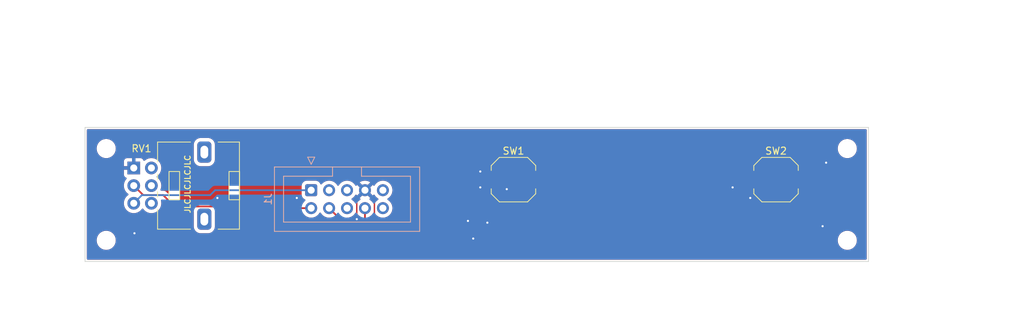
<source format=kicad_pcb>
(kicad_pcb (version 20240108) (generator "pcbnew") (generator_version "8.0")
  (layers (0 "F.Cu" signal) (31 "B.Cu" signal) (34 "B.Paste" user) (35 "F.Paste" user) (36 "B.SilkS" user "B.Silkscreen") (37 "F.SilkS" user "F.Silkscreen") (38 "B.Mask" user) (39 "F.Mask" user) (44 "Edge.Cuts" user))
  (net 0 "")
  (net 1 "+3V3")
  (net 2 "/FLOOD")
  (net 4 "/AIDS")
  (net 7 "GND")
  (net 8 "/DFDR")
  (net 10 "VBUS")
  (footprint "MountingHole:MountingHole_2.2mm_M2" (layer "F.Cu") (at 198.5 119)
    (property "Reference" "H3" (hide yes))
    (property "Value" "MountingHole")
    (pad "" np_thru_hole circle (at 0 0) (size 2.2 2.2) (drill 2.2) (layers "*.Cu" "*.Mask"))
  )
  (footprint "MountingHole:MountingHole_2.2mm_M2" (layer "F.Cu") (at 93.5 119)
    (property "Reference" "H2" (hide yes))
    (property "Value" "MountingHole")
    (pad "" np_thru_hole circle (at 0 0) (size 2.2 2.2) (drill 2.2) (layers "*.Cu" "*.Mask"))
  )
  (footprint "MountingHole:MountingHole_2.2mm_M2" (layer "F.Cu") (at 198.5 106)
    (property "Reference" "H4" (hide yes))
    (property "Value" "MountingHole")
    (pad "" np_thru_hole circle (at 0 0) (size 2.2 2.2) (drill 2.2) (layers "*.Cu" "*.Mask"))
  )
  (footprint "NiasStuff:Potentiometer_Alps_RK09L_Double_Vertical" (layer "F.Cu") (at 97.4 108.75)
    (property "Reference" "RV1" (at 1.1 -2.75 0) (layer "F.SilkS"))
    (property "Value" "R_Potentiometer")
    (fp_line (start 3.38 -3.67) (end 3.38 -0.871) (stroke (width 0.12)) (layer "F.SilkS"))
    (fp_line (start 3.38 -3.67) (end 8.046 -3.67) (stroke (width 0.12)) (layer "F.SilkS"))
    (fp_line (start 3.38 0.871) (end 3.38 1.63) (stroke (width 0.12)) (layer "F.SilkS"))
    (fp_line (start 3.38 3.371) (end 3.38 4.13) (stroke (width 0.12)) (layer "F.SilkS"))
    (fp_line (start 3.38 5.87) (end 3.38 8.67) (stroke (width 0.12)) (layer "F.SilkS"))
    (fp_line (start 3.38 8.67) (end 8.046 8.67) (stroke (width 0.12)) (layer "F.SilkS"))
    (fp_line (start 11.955 -3.67) (end 14.97 -3.67) (stroke (width 0.12)) (layer "F.SilkS"))
    (fp_line (start 11.955 8.67) (end 14.97 8.67) (stroke (width 0.12)) (layer "F.SilkS"))
    (fp_line (start 14.97 -3.67) (end 14.97 8.67) (stroke (width 0.12)) (layer "F.SilkS"))
    (fp_rect (start 5 0.5) (end 6.5 4.5) (stroke (width 0.12)) (fill none) (layer "F.SilkS"))
    (fp_rect (start 13.5 0.5) (end 15 4.5) (stroke (width 0.12)) (fill none) (layer "F.SilkS"))
    (pad "1" thru_hole rect (at 0 0) (size 1.8 1.8) (drill 1) (layers "*.Cu" "*.Mask") (net 7 "GND"))
    (pad "2" thru_hole circle (at 0 2.5) (size 1.8 1.8) (drill 1) (layers "*.Cu" "*.Mask") (net 2 "/FLOOD"))
    (pad "3" thru_hole circle (at 0 5) (size 1.8 1.8) (drill 1) (layers "*.Cu" "*.Mask") (net 1 "+3V3"))
    (pad "4" thru_hole circle (at 2.5 0) (size 1.8 1.8) (drill 1) (layers "*.Cu" "*.Mask"))
    (pad "5" thru_hole circle (at 2.5 2.5) (size 1.8 1.8) (drill 1) (layers "*.Cu" "*.Mask"))
    (pad "6" thru_hole circle (at 2.5 5) (size 1.8 1.8) (drill 1) (layers "*.Cu" "*.Mask"))
    (pad "MP" thru_hole roundrect (at 10 -2.25) (size 2 3) (drill oval 1.1 1.8) (layers "*.Cu" "*.Mask"))
    (pad "MP" thru_hole roundrect (at 10 7.25) (size 2 3) (drill oval 1.1 1.8) (layers "*.Cu" "*.Mask"))
    (zone (net 0) (net_name "") (layer "F.Cu") (name "Copper Keep Out") (connect_pads (clearance 0)) (min_thickness 0.254)
      (keepout (tracks not_allowed) (vias not_allowed) (pads not_allowed) (copperpour not_allowed) (footprints not_allowed))
      (fill (thermal_gap 0.508) (thermal_bridge_width 0.508))
      (polygon (pts (xy 103.9 113.25) (xy 102.4 113.25) (xy 102.4 109.25) (xy 103.9 109.25)))
    )
    (zone (net 0) (net_name "") (layer "F.Cu") (name "Copper Keep Out") (connect_pads (clearance 0)) (min_thickness 0.254)
      (keepout (tracks not_allowed) (vias not_allowed) (pads not_allowed) (copperpour not_allowed) (footprints not_allowed))
      (fill (thermal_gap 0.508) (thermal_bridge_width 0.508))
      (polygon (pts (xy 112.3 113.25) (xy 110.9 113.25) (xy 110.9 109.25) (xy 112.3 109.25)))
    )
  )
  (footprint "MountingHole:MountingHole_2.2mm_M2" (layer "F.Cu") (at 93.5 106)
    (property "Reference" "H1" (hide yes))
    (property "Value" "MountingHole")
    (pad "" np_thru_hole circle (at 0 0) (size 2.2 2.2) (drill 2.2) (layers "*.Cu" "*.Mask"))
  )
  (footprint "Button_Switch_SMD:SW_Push_1TS009xxxx-xxxx-xxxx_6x6x5mm" (layer "F.Cu") (at 188.4 110.4)
    (property "Reference" "SW2" (at 0 -4.064 0) (layer "F.SilkS"))
    (property "Value" "SW_Push")
    (fp_line (start -3.15 -1.981) (end -2 -3.15) (stroke (width 0.12)) (layer "F.SilkS"))
    (fp_line (start -3.15 -1.3) (end -3.15 -1.981) (stroke (width 0.12)) (layer "F.SilkS"))
    (fp_line (start -3.15 1.3) (end -3.15 2) (stroke (width 0.12)) (layer "F.SilkS"))
    (fp_line (start -3.15 2) (end -2 3.15) (stroke (width 0.12)) (layer "F.SilkS"))
    (fp_line (start -2 -3.15) (end 2 -3.15) (stroke (width 0.12)) (layer "F.SilkS"))
    (fp_line (start -2 3.15) (end 2 3.15) (stroke (width 0.12)) (layer "F.SilkS"))
    (fp_line (start 2 -3.15) (end 3.15 -2) (stroke (width 0.12)) (layer "F.SilkS"))
    (fp_line (start 2 3.15) (end 3.15 2) (stroke (width 0.12)) (layer "F.SilkS"))
    (fp_line (start 3.15 -2) (end 3.15 -1.3) (stroke (width 0.12)) (layer "F.SilkS"))
    (fp_line (start 3.15 2) (end 3.15 1.3) (stroke (width 0.12)) (layer "F.SilkS"))
    (pad "1" smd roundrect (at -3 0) (size 2 2) (layers "F.Cu" "F.Paste" "F.Mask") (net 8 "/DFDR"))
    (pad "2" smd roundrect (at 3 0) (size 2 2) (layers "F.Cu" "F.Paste" "F.Mask") (net 7 "GND"))
  )
  (footprint "Button_Switch_SMD:SW_Push_1TS009xxxx-xxxx-xxxx_6x6x5mm" (layer "F.Cu") (at 151.2 110.4)
    (property "Reference" "SW1" (at 0 -4.064 0) (layer "F.SilkS"))
    (property "Value" "SW_Push")
    (fp_line (start -3.15 -1.981) (end -2 -3.15) (stroke (width 0.12)) (layer "F.SilkS"))
    (fp_line (start -3.15 -1.3) (end -3.15 -1.981) (stroke (width 0.12)) (layer "F.SilkS"))
    (fp_line (start -3.15 1.3) (end -3.15 2) (stroke (width 0.12)) (layer "F.SilkS"))
    (fp_line (start -3.15 2) (end -2 3.15) (stroke (width 0.12)) (layer "F.SilkS"))
    (fp_line (start -2 -3.15) (end 2 -3.15) (stroke (width 0.12)) (layer "F.SilkS"))
    (fp_line (start -2 3.15) (end 2 3.15) (stroke (width 0.12)) (layer "F.SilkS"))
    (fp_line (start 2 -3.15) (end 3.15 -2) (stroke (width 0.12)) (layer "F.SilkS"))
    (fp_line (start 2 3.15) (end 3.15 2) (stroke (width 0.12)) (layer "F.SilkS"))
    (fp_line (start 3.15 -2) (end 3.15 -1.3) (stroke (width 0.12)) (layer "F.SilkS"))
    (fp_line (start 3.15 2) (end 3.15 1.3) (stroke (width 0.12)) (layer "F.SilkS"))
    (pad "1" smd roundrect (at -3 0) (size 2 2) (layers "F.Cu" "F.Paste" "F.Mask") (net 4 "/AIDS"))
    (pad "2" smd roundrect (at 3 0) (size 2 2) (layers "F.Cu" "F.Paste" "F.Mask") (net 7 "GND"))
  )
  (footprint "Connector_IDC:IDC-Header_2x05_P2.54mm_Vertical" (layer "B.Cu") (at 122.54 111.9 -90)
    (property "Reference" "J1" (at 1.27 6.1 90) (layer "B.SilkS") (effects (justify mirror)))
    (property "Value" "Conn_02x05_Odd_Even")
    (fp_line (start -3.29 5.21) (end -3.29 -15.37) (stroke (width 0.12)) (layer "B.SilkS"))
    (fp_line (start 5.83 5.21) (end -3.29 5.21) (stroke (width 0.12)) (layer "B.SilkS"))
    (fp_line (start -1.98 3.91) (end -1.98 -3.03) (stroke (width 0.12)) (layer "B.SilkS"))
    (fp_line (start 4.52 3.91) (end -1.98 3.91) (stroke (width 0.12)) (layer "B.SilkS"))
    (fp_line (start -4.68 0.5) (end -3.68 0) (stroke (width 0.12)) (layer "B.SilkS"))
    (fp_line (start -3.68 0) (end -4.68 -0.5) (stroke (width 0.12)) (layer "B.SilkS"))
    (fp_line (start -4.68 -0.5) (end -4.68 0.5) (stroke (width 0.12)) (layer "B.SilkS"))
    (fp_line (start -1.98 -3.03) (end -3.29 -3.03) (stroke (width 0.12)) (layer "B.SilkS"))
    (fp_line (start -3.29 -7.13) (end -1.98 -7.13) (stroke (width 0.12)) (layer "B.SilkS"))
    (fp_line (start -1.98 -7.13) (end -1.98 -7.13) (stroke (width 0.12)) (layer "B.SilkS"))
    (fp_line (start -1.98 -7.13) (end -1.98 -14.07) (stroke (width 0.12)) (layer "B.SilkS"))
    (fp_line (start -1.98 -14.07) (end 4.52 -14.07) (stroke (width 0.12)) (layer "B.SilkS"))
    (fp_line (start 4.52 -14.07) (end 4.52 3.91) (stroke (width 0.12)) (layer "B.SilkS"))
    (fp_line (start -3.29 -15.37) (end 5.83 -15.37) (stroke (width 0.12)) (layer "B.SilkS"))
    (fp_line (start 5.83 -15.37) (end 5.83 5.21) (stroke (width 0.12)) (layer "B.SilkS"))
    (pad "1" thru_hole roundrect (at 0 0 270) (size 1.7 1.7) (drill 1) (layers "*.Cu" "*.Mask") (roundrect_rratio 0.147059) (net 1 "+3V3"))
    (pad "2" thru_hole circle (at 2.54 0 270) (size 1.7 1.7) (drill 1) (layers "*.Cu" "*.Mask") (net 2 "/FLOOD"))
    (pad "3" thru_hole circle (at 0 -2.54 270) (size 1.7 1.7) (drill 1) (layers "*.Cu" "*.Mask"))
    (pad "4" thru_hole circle (at 2.54 -2.54 270) (size 1.7 1.7) (drill 1) (layers "*.Cu" "*.Mask") (net 8 "/DFDR"))
    (pad "5" thru_hole circle (at 0 -5.08 270) (size 1.7 1.7) (drill 1) (layers "*.Cu" "*.Mask"))
    (pad "6" thru_hole circle (at 2.54 -5.08 270) (size 1.7 1.7) (drill 1) (layers "*.Cu" "*.Mask"))
    (pad "7" thru_hole circle (at 0 -7.62 270) (size 1.7 1.7) (drill 1) (layers "*.Cu" "*.Mask") (net 7 "GND"))
    (pad "8" thru_hole circle (at 2.54 -7.62 270) (size 1.7 1.7) (drill 1) (layers "*.Cu" "*.Mask") (net 4 "/AIDS"))
    (pad "9" thru_hole circle (at 0 -10.16 270) (size 1.7 1.7) (drill 1) (layers "*.Cu" "*.Mask") (net 10 "VBUS"))
    (pad "10" thru_hole circle (at 2.54 -10.16 270) (size 1.7 1.7) (drill 1) (layers "*.Cu" "*.Mask"))
  )
  (gr_line (start 90.5 103) (end 90.5 122) (stroke (width 0.1)) (layer "Edge.Cuts"))
  (gr_line (start 201.5 122) (end 201.5 103) (stroke (width 0.1)) (layer "Edge.Cuts"))
  (gr_line (start 90.5 122) (end 201.5 122) (stroke (width 0.1)) (layer "Edge.Cuts"))
  (gr_line (start 201.5 103) (end 90.5 103) (stroke (width 0.1)) (layer "Edge.Cuts"))
  (gr_text "JLCJLCJLCJLC" (at 105.5 115.25 90) (layer "F.SilkS") (effects (font (size 0.8 0.8)) (justify left bottom)))
  (segment (start 122.54 111.9) (end 108.92924 111.9) (width 0.25) (layer "B.Cu") (net 1))
  (segment (start 108.92924 111.9) (end 108.23124 112.598) (width 0.25) (layer "B.Cu") (net 1))
  (segment (start 98.552 112.598) (end 97.4 113.75) (width 0.25) (layer "B.Cu") (net 1))
  (segment (start 108.23124 112.598) (end 98.552 112.598) (width 0.25) (layer "B.Cu") (net 1))
  (segment (start 98.748 112.598) (end 101.571222 112.598) (width 0.25) (layer "F.Cu") (net 2))
  (segment (start 118.44 114.44) (end 122.54 114.44) (width 0.25) (layer "F.Cu") (net 2))
  (segment (start 101.571222 112.598) (end 103.173222 114.2) (width 0.25) (layer "F.Cu") (net 2))
  (segment (start 118.2 114.2) (end 118.44 114.44) (width 0.25) (layer "F.Cu") (net 2))
  (segment (start 97.4 111.25) (end 98.748 112.598) (width 0.25) (layer "F.Cu") (net 2))
  (segment (start 103.173222 114.2) (end 118.2 114.2) (width 0.25) (layer "F.Cu") (net 2))
  (segment (start 148.2 114.4) (end 145.4 117.2) (width 0.25) (layer "F.Cu") (net 4))
  (segment (start 130.16 116.46) (end 130.16 114.44) (width 0.25) (layer "F.Cu") (net 4))
  (segment (start 130.9 117.2) (end 130.16 116.46) (width 0.25) (layer "F.Cu") (net 4))
  (segment (start 145.4 117.2) (end 130.9 117.2) (width 0.25) (layer "F.Cu") (net 4))
  (segment (start 148.2 110.4) (end 148.2 114.4) (width 0.25) (layer "F.Cu") (net 4))
  (segment (start 129 113.06) (end 129 116) (width 0.2) (layer "F.Cu") (net 7))
  (segment (start 130.16 111.9) (end 129 113.06) (width 0.2) (layer "F.Cu") (net 7))
  (segment (start 131.5 113.24) (end 131.5 115.5) (width 0.2) (layer "F.Cu") (net 7))
  (segment (start 130.16 111.9) (end 131.5 113.24) (width 0.2) (layer "F.Cu") (net 7))
  (via (at 145.5 118.75) (size 0.5) (drill 0.3) (layers "F.Cu" "B.Cu") (net 7))
  (via (at 182.25 111.5) (size 0.5) (drill 0.3) (layers "F.Cu" "B.Cu") (net 7))
  (via (at 146.5 111.5) (size 0.5) (drill 0.3) (layers "F.Cu" "B.Cu") (net 7))
  (via (at 150.25 111.75) (size 0.5) (drill 0.3) (layers "F.Cu" "B.Cu") (net 7))
  (via (at 120.5 113) (size 0.5) (drill 0.3) (layers "F.Cu" "B.Cu") (net 7))
  (via (at 144.75 116.25) (size 0.5) (drill 0.3) (layers "F.Cu" "B.Cu") (net 7))
  (via (at 109.25 113) (size 0.5) (drill 0.3) (layers "F.Cu" "B.Cu") (net 7))
  (via (at 195 117) (size 0.5) (drill 0.3) (layers "F.Cu" "B.Cu") (net 7))
  (via (at 147.5 116.5) (size 0.5) (drill 0.3) (layers "F.Cu" "B.Cu") (net 7))
  (via (at 97.5 118) (size 0.5) (drill 0.3) (layers "F.Cu" "B.Cu") (net 7))
  (via (at 129 116) (size 0.5) (drill 0.3) (layers "F.Cu" "B.Cu") (net 7))
  (via (at 195.5 108) (size 0.5) (drill 0.3) (layers "F.Cu" "B.Cu") (net 7))
  (via (at 184.75 113) (size 0.5) (drill 0.3) (layers "F.Cu" "B.Cu") (net 7))
  (via (at 146.5 109.25) (size 0.5) (drill 0.3) (layers "F.Cu" "B.Cu") (net 7))
  (segment (start 128.34 117.7) (end 125.08 114.44) (width 0.25) (layer "F.Cu") (net 8))
  (segment (start 185.4 110.4) (end 178.1 117.7) (width 0.25) (layer "F.Cu") (net 8))
  (segment (start 178.1 117.7) (end 128.34 117.7) (width 0.25) (layer "F.Cu") (net 8))
  (zone (net 7) (net_name "GND") (layers "F&B.Cu") (connect_pads (clearance 0.5)) (min_thickness 0.25) (fill yes (thermal_gap 0.5) (thermal_bridge_width 0.5))
    (polygon (pts (xy 90.5 122) (xy 201.5 122) (xy 201.5 103) (xy 90.5 103)))
  )
)
</source>
